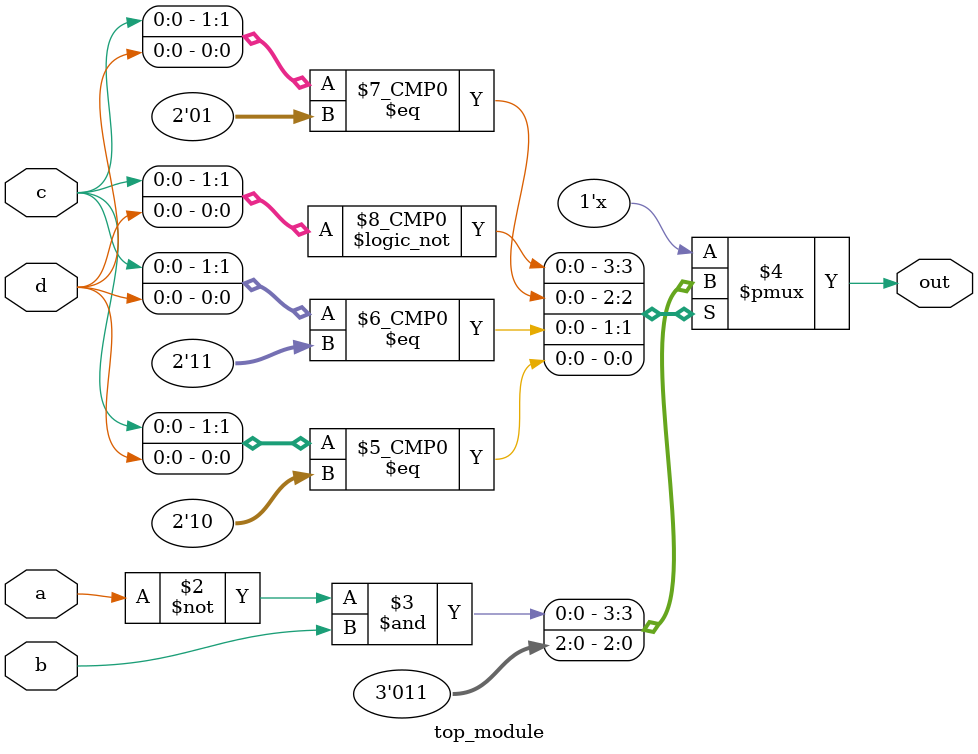
<source format=sv>
module top_module (
    input a,
    input b,
    input c,
    input d,
    output reg out
);

always @(*) begin
    case ({c, d})
        2'b00: out = ~a & b;
        2'b01: out = 0;
        2'b11: out = 1;
        2'b10: out = 1;
    endcase
end

endmodule

</source>
